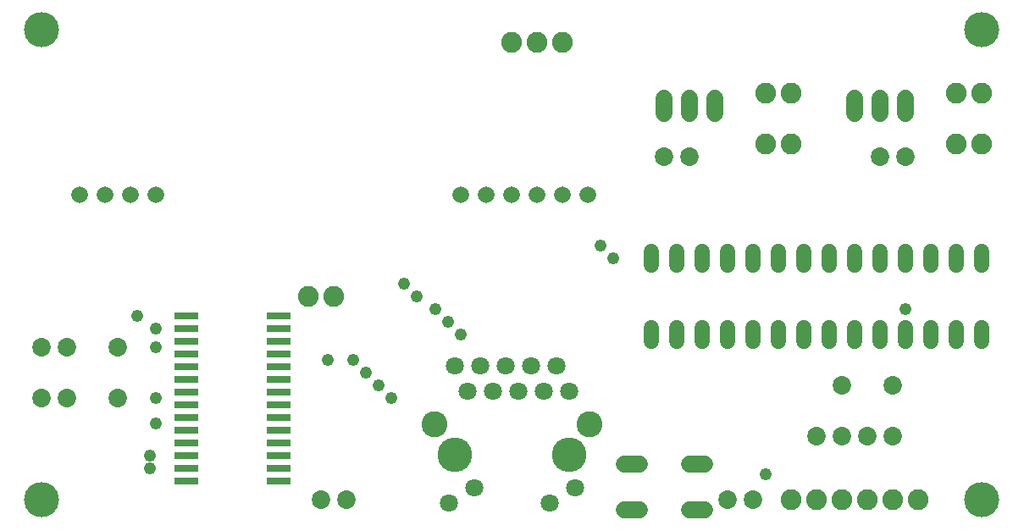
<source format=gts>
G75*
%MOIN*%
%OFA0B0*%
%FSLAX24Y24*%
%IPPOS*%
%LPD*%
%AMOC8*
5,1,8,0,0,1.08239X$1,22.5*
%
%ADD10C,0.0730*%
%ADD11C,0.0680*%
%ADD12C,0.0820*%
%ADD13C,0.1380*%
%ADD14R,0.0946X0.0316*%
%ADD15C,0.0654*%
%ADD16C,0.1025*%
%ADD17C,0.0710*%
%ADD18C,0.1360*%
%ADD19C,0.0600*%
%ADD20C,0.0480*%
D10*
X001680Y007000D03*
X002680Y007000D03*
X004680Y007000D03*
X004680Y009000D03*
X002680Y009000D03*
X001680Y009000D03*
X012680Y003000D03*
X013680Y003000D03*
X028680Y003000D03*
X029680Y003000D03*
X032180Y005500D03*
X033180Y005500D03*
X034180Y005500D03*
X035180Y005500D03*
X035180Y007500D03*
X033180Y007500D03*
X034680Y016500D03*
X035680Y016500D03*
X027180Y016500D03*
X026180Y016500D03*
D11*
X026180Y018200D02*
X026180Y018800D01*
X027180Y018800D02*
X027180Y018200D01*
X028180Y018200D02*
X028180Y018800D01*
X033680Y018800D02*
X033680Y018200D01*
X034680Y018200D02*
X034680Y018800D01*
X035680Y018800D02*
X035680Y018200D01*
X027760Y004390D02*
X027160Y004390D01*
X025200Y004390D02*
X024600Y004390D01*
X024600Y002610D02*
X025200Y002610D01*
X027160Y002610D02*
X027760Y002610D01*
D12*
X031180Y003000D03*
X032180Y003000D03*
X033180Y003000D03*
X034180Y003000D03*
X035180Y003000D03*
X036180Y003000D03*
X013180Y011000D03*
X012180Y011000D03*
X020180Y021000D03*
X021180Y021000D03*
X022180Y021000D03*
X030180Y019000D03*
X031180Y019000D03*
X031180Y017000D03*
X030180Y017000D03*
X037680Y017000D03*
X038680Y017000D03*
X038680Y019000D03*
X037680Y019000D03*
D13*
X001680Y003000D03*
X001680Y021500D03*
X038680Y021500D03*
X038680Y003000D03*
D14*
X010991Y003750D03*
X010991Y004250D03*
X010991Y004750D03*
X010991Y005250D03*
X010991Y005750D03*
X010991Y006250D03*
X010991Y006750D03*
X010991Y007250D03*
X010991Y007750D03*
X010991Y008250D03*
X010991Y008750D03*
X010991Y009250D03*
X010991Y009750D03*
X010991Y010250D03*
X007369Y010250D03*
X007369Y009750D03*
X007369Y009250D03*
X007369Y008750D03*
X007369Y008250D03*
X007369Y007750D03*
X007369Y007250D03*
X007369Y006750D03*
X007369Y006250D03*
X007369Y005750D03*
X007369Y005250D03*
X007369Y004750D03*
X007369Y004250D03*
X007369Y003750D03*
D15*
X006180Y015000D03*
X005180Y015000D03*
X004180Y015000D03*
X003180Y015000D03*
X018180Y015000D03*
X019180Y015000D03*
X020180Y015000D03*
X021180Y015000D03*
X022180Y015000D03*
X023180Y015000D03*
D16*
X023231Y005988D03*
X017129Y005988D03*
D17*
X018430Y007283D03*
X019430Y007283D03*
X020430Y007283D03*
X021430Y007283D03*
X022430Y007283D03*
X021930Y008283D03*
X020930Y008283D03*
X019930Y008283D03*
X018930Y008283D03*
X017930Y008283D03*
X018690Y003457D03*
X017690Y002858D03*
X021670Y002858D03*
X022670Y003457D03*
D18*
X022430Y004787D03*
X017930Y004787D03*
D19*
X025680Y009240D02*
X025680Y009760D01*
X026680Y009760D02*
X026680Y009240D01*
X027680Y009240D02*
X027680Y009760D01*
X028680Y009760D02*
X028680Y009240D01*
X029680Y009240D02*
X029680Y009760D01*
X030680Y009760D02*
X030680Y009240D01*
X031680Y009240D02*
X031680Y009760D01*
X032680Y009760D02*
X032680Y009240D01*
X033680Y009240D02*
X033680Y009760D01*
X034680Y009760D02*
X034680Y009240D01*
X035680Y009240D02*
X035680Y009760D01*
X036680Y009760D02*
X036680Y009240D01*
X037680Y009240D02*
X037680Y009760D01*
X038680Y009760D02*
X038680Y009240D01*
X038680Y012240D02*
X038680Y012760D01*
X037680Y012760D02*
X037680Y012240D01*
X036680Y012240D02*
X036680Y012760D01*
X035680Y012760D02*
X035680Y012240D01*
X034680Y012240D02*
X034680Y012760D01*
X033680Y012760D02*
X033680Y012240D01*
X032680Y012240D02*
X032680Y012760D01*
X031680Y012760D02*
X031680Y012240D01*
X030680Y012240D02*
X030680Y012760D01*
X029680Y012760D02*
X029680Y012240D01*
X028680Y012240D02*
X028680Y012760D01*
X027680Y012760D02*
X027680Y012240D01*
X026680Y012240D02*
X026680Y012760D01*
X025680Y012760D02*
X025680Y012240D01*
D20*
X024180Y012500D03*
X023680Y013000D03*
X017680Y010000D03*
X017180Y010500D03*
X016430Y011000D03*
X015930Y011500D03*
X018180Y009500D03*
X014930Y007500D03*
X014430Y008000D03*
X013930Y008500D03*
X012930Y008500D03*
X015430Y007000D03*
X006180Y007000D03*
X006180Y006000D03*
X005930Y004750D03*
X005930Y004250D03*
X006180Y009000D03*
X006180Y009750D03*
X005430Y010250D03*
X030180Y004000D03*
X035680Y010500D03*
M02*

</source>
